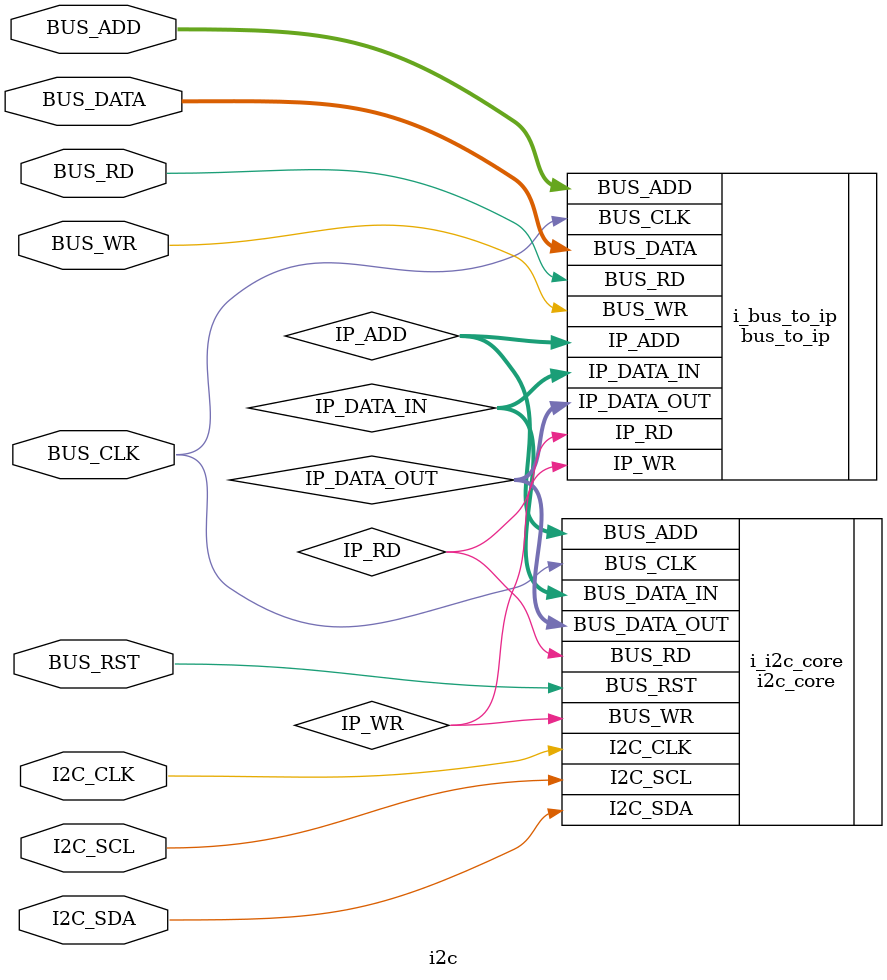
<source format=v>
/**
 * ------------------------------------------------------------
 * Copyright (c) All rights reserved
 * SiLab, Institute of Physics, University of Bonn
 * ------------------------------------------------------------
 */
`timescale 1ps/1ps
`default_nettype none

module i2c #(
    parameter BASEADDR = 16'h0000,
    parameter HIGHADDR = 16'h0000,
    parameter ABUSWIDTH = 16,
    parameter MEM_BYTES = 1,
    parameter IGNORE_ACK = 0
) (
    input wire                 BUS_CLK,
    input wire                 BUS_RST,
    input wire [ABUSWIDTH-1:0] BUS_ADD,
    inout wire [7:0]           BUS_DATA,
    input wire                 BUS_RD,
    input wire                 BUS_WR,

    input wire I2C_CLK,
    inout wire I2C_SDA,
    inout wire I2C_SCL
);

wire IP_RD, IP_WR;
wire [ABUSWIDTH-1:0] IP_ADD;
wire [7:0] IP_DATA_IN;
wire [7:0] IP_DATA_OUT;

bus_to_ip #(
    .BASEADDR(BASEADDR),
    .HIGHADDR(HIGHADDR),
    .ABUSWIDTH(ABUSWIDTH)
) i_bus_to_ip (
    .BUS_CLK(BUS_CLK),
    .BUS_RD(BUS_RD),
    .BUS_WR(BUS_WR),
    .BUS_ADD(BUS_ADD),
    .BUS_DATA(BUS_DATA),

    .IP_RD(IP_RD),
    .IP_WR(IP_WR),
    .IP_ADD(IP_ADD),
    .IP_DATA_IN(IP_DATA_IN),
    .IP_DATA_OUT(IP_DATA_OUT)
);


i2c_core #(
    .ABUSWIDTH(ABUSWIDTH),
    .MEM_BYTES(MEM_BYTES),
    .IGNORE_ACK(IGNORE_ACK)
) i_i2c_core (
    .BUS_CLK(BUS_CLK),
    .BUS_RST(BUS_RST),
    .BUS_ADD(IP_ADD),
    .BUS_DATA_IN(IP_DATA_IN),
    .BUS_RD(IP_RD),
    .BUS_WR(IP_WR),
    .BUS_DATA_OUT(IP_DATA_OUT),

    .I2C_CLK(I2C_CLK),
    .I2C_SDA(I2C_SDA),
    .I2C_SCL(I2C_SCL)
);


endmodule

</source>
